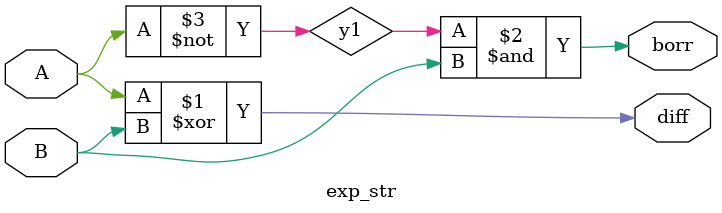
<source format=v>


module exp_str(diff, borr, A, B);
input A, B; output diff, borr;
xor g1(diff, A, B);
wire y1; not g2(y1, A);
and g3(borr, y1, B);
endmodule
</source>
